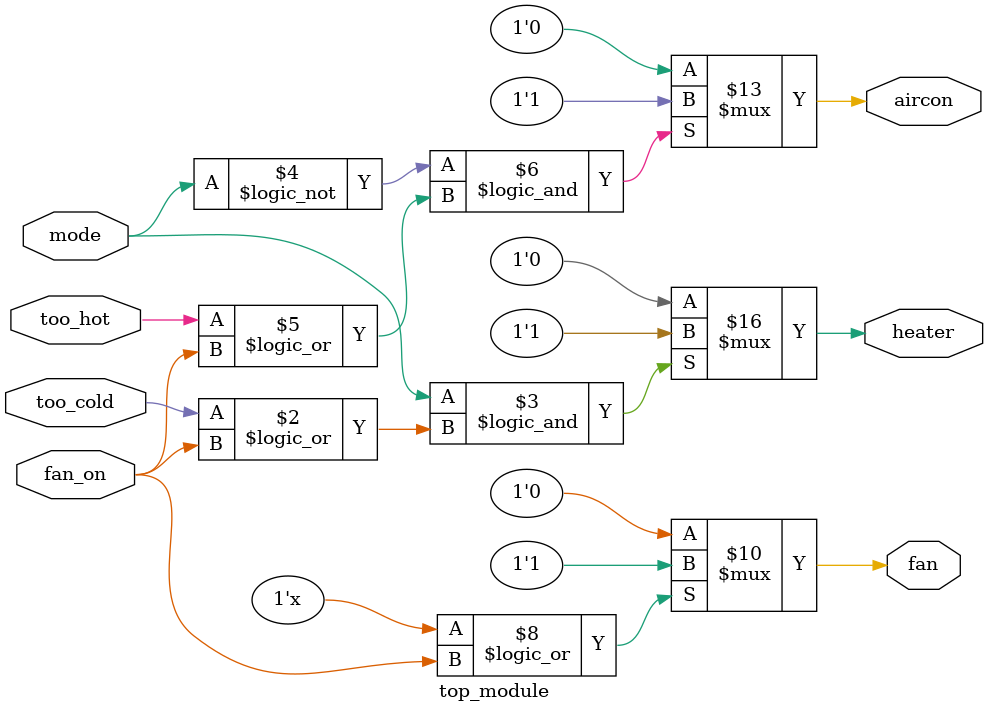
<source format=sv>
module top_module(
    input mode,
    input too_cold, 
    input too_hot,
    input fan_on,
    output reg heater,
    output reg aircon,
    output reg fan
);

always @(*) begin
    // Heater control logic
    if (mode && (too_cold || fan_on))
        heater <= 1;
    else
        heater <= 0;

    // Air conditioner control logic
    if (!mode && (too_hot || fan_on))
        aircon <= 1;
    else
        aircon <= 0;

    // Fan control logic
    if (heater || aircon || fan_on)
        fan <= 1;
    else
        fan <= 0;
end

endmodule

</source>
